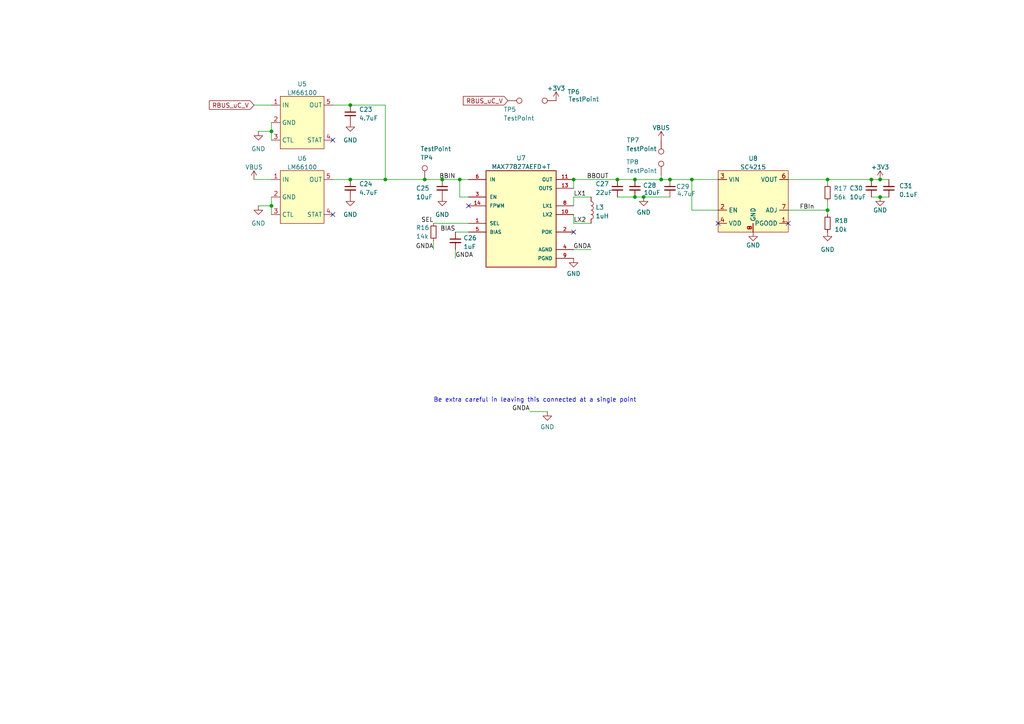
<source format=kicad_sch>
(kicad_sch (version 20211123) (generator eeschema)

  (uuid e9284afa-e324-4762-b662-a428eebcb5c2)

  (paper "A4")

  (lib_symbols
    (symbol "Connector:TestPoint" (pin_numbers hide) (pin_names (offset 0.762) hide) (in_bom yes) (on_board yes)
      (property "Reference" "TP" (id 0) (at 0 6.858 0)
        (effects (font (size 1.27 1.27)))
      )
      (property "Value" "TestPoint" (id 1) (at 0 5.08 0)
        (effects (font (size 1.27 1.27)))
      )
      (property "Footprint" "" (id 2) (at 5.08 0 0)
        (effects (font (size 1.27 1.27)) hide)
      )
      (property "Datasheet" "~" (id 3) (at 5.08 0 0)
        (effects (font (size 1.27 1.27)) hide)
      )
      (property "ki_keywords" "test point tp" (id 4) (at 0 0 0)
        (effects (font (size 1.27 1.27)) hide)
      )
      (property "ki_description" "test point" (id 5) (at 0 0 0)
        (effects (font (size 1.27 1.27)) hide)
      )
      (property "ki_fp_filters" "Pin* Test*" (id 6) (at 0 0 0)
        (effects (font (size 1.27 1.27)) hide)
      )
      (symbol "TestPoint_0_1"
        (circle (center 0 3.302) (radius 0.762)
          (stroke (width 0) (type default) (color 0 0 0 0))
          (fill (type none))
        )
      )
      (symbol "TestPoint_1_1"
        (pin passive line (at 0 0 90) (length 2.54)
          (name "1" (effects (font (size 1.27 1.27))))
          (number "1" (effects (font (size 1.27 1.27))))
        )
      )
    )
    (symbol "Device:C_Small" (pin_numbers hide) (pin_names (offset 0.254) hide) (in_bom yes) (on_board yes)
      (property "Reference" "C" (id 0) (at 0.254 1.778 0)
        (effects (font (size 1.27 1.27)) (justify left))
      )
      (property "Value" "C_Small" (id 1) (at 0.254 -2.032 0)
        (effects (font (size 1.27 1.27)) (justify left))
      )
      (property "Footprint" "" (id 2) (at 0 0 0)
        (effects (font (size 1.27 1.27)) hide)
      )
      (property "Datasheet" "~" (id 3) (at 0 0 0)
        (effects (font (size 1.27 1.27)) hide)
      )
      (property "ki_keywords" "capacitor cap" (id 4) (at 0 0 0)
        (effects (font (size 1.27 1.27)) hide)
      )
      (property "ki_description" "Unpolarized capacitor, small symbol" (id 5) (at 0 0 0)
        (effects (font (size 1.27 1.27)) hide)
      )
      (property "ki_fp_filters" "C_*" (id 6) (at 0 0 0)
        (effects (font (size 1.27 1.27)) hide)
      )
      (symbol "C_Small_0_1"
        (polyline
          (pts
            (xy -1.524 -0.508)
            (xy 1.524 -0.508)
          )
          (stroke (width 0.3302) (type default) (color 0 0 0 0))
          (fill (type none))
        )
        (polyline
          (pts
            (xy -1.524 0.508)
            (xy 1.524 0.508)
          )
          (stroke (width 0.3048) (type default) (color 0 0 0 0))
          (fill (type none))
        )
      )
      (symbol "C_Small_1_1"
        (pin passive line (at 0 2.54 270) (length 2.032)
          (name "~" (effects (font (size 1.27 1.27))))
          (number "1" (effects (font (size 1.27 1.27))))
        )
        (pin passive line (at 0 -2.54 90) (length 2.032)
          (name "~" (effects (font (size 1.27 1.27))))
          (number "2" (effects (font (size 1.27 1.27))))
        )
      )
    )
    (symbol "Device:L" (pin_numbers hide) (pin_names (offset 1.016) hide) (in_bom yes) (on_board yes)
      (property "Reference" "L" (id 0) (at -1.27 0 90)
        (effects (font (size 1.27 1.27)))
      )
      (property "Value" "L" (id 1) (at 1.905 0 90)
        (effects (font (size 1.27 1.27)))
      )
      (property "Footprint" "" (id 2) (at 0 0 0)
        (effects (font (size 1.27 1.27)) hide)
      )
      (property "Datasheet" "~" (id 3) (at 0 0 0)
        (effects (font (size 1.27 1.27)) hide)
      )
      (property "ki_keywords" "inductor choke coil reactor magnetic" (id 4) (at 0 0 0)
        (effects (font (size 1.27 1.27)) hide)
      )
      (property "ki_description" "Inductor" (id 5) (at 0 0 0)
        (effects (font (size 1.27 1.27)) hide)
      )
      (property "ki_fp_filters" "Choke_* *Coil* Inductor_* L_*" (id 6) (at 0 0 0)
        (effects (font (size 1.27 1.27)) hide)
      )
      (symbol "L_0_1"
        (arc (start 0 -2.54) (mid 0.635 -1.905) (end 0 -1.27)
          (stroke (width 0) (type default) (color 0 0 0 0))
          (fill (type none))
        )
        (arc (start 0 -1.27) (mid 0.635 -0.635) (end 0 0)
          (stroke (width 0) (type default) (color 0 0 0 0))
          (fill (type none))
        )
        (arc (start 0 0) (mid 0.635 0.635) (end 0 1.27)
          (stroke (width 0) (type default) (color 0 0 0 0))
          (fill (type none))
        )
        (arc (start 0 1.27) (mid 0.635 1.905) (end 0 2.54)
          (stroke (width 0) (type default) (color 0 0 0 0))
          (fill (type none))
        )
      )
      (symbol "L_1_1"
        (pin passive line (at 0 3.81 270) (length 1.27)
          (name "1" (effects (font (size 1.27 1.27))))
          (number "1" (effects (font (size 1.27 1.27))))
        )
        (pin passive line (at 0 -3.81 90) (length 1.27)
          (name "2" (effects (font (size 1.27 1.27))))
          (number "2" (effects (font (size 1.27 1.27))))
        )
      )
    )
    (symbol "Device:R_Small" (pin_numbers hide) (pin_names (offset 0.254) hide) (in_bom yes) (on_board yes)
      (property "Reference" "R" (id 0) (at 0.762 0.508 0)
        (effects (font (size 1.27 1.27)) (justify left))
      )
      (property "Value" "R_Small" (id 1) (at 0.762 -1.016 0)
        (effects (font (size 1.27 1.27)) (justify left))
      )
      (property "Footprint" "" (id 2) (at 0 0 0)
        (effects (font (size 1.27 1.27)) hide)
      )
      (property "Datasheet" "~" (id 3) (at 0 0 0)
        (effects (font (size 1.27 1.27)) hide)
      )
      (property "ki_keywords" "R resistor" (id 4) (at 0 0 0)
        (effects (font (size 1.27 1.27)) hide)
      )
      (property "ki_description" "Resistor, small symbol" (id 5) (at 0 0 0)
        (effects (font (size 1.27 1.27)) hide)
      )
      (property "ki_fp_filters" "R_*" (id 6) (at 0 0 0)
        (effects (font (size 1.27 1.27)) hide)
      )
      (symbol "R_Small_0_1"
        (rectangle (start -0.762 1.778) (end 0.762 -1.778)
          (stroke (width 0.2032) (type default) (color 0 0 0 0))
          (fill (type none))
        )
      )
      (symbol "R_Small_1_1"
        (pin passive line (at 0 2.54 270) (length 0.762)
          (name "~" (effects (font (size 1.27 1.27))))
          (number "1" (effects (font (size 1.27 1.27))))
        )
        (pin passive line (at 0 -2.54 90) (length 0.762)
          (name "~" (effects (font (size 1.27 1.27))))
          (number "2" (effects (font (size 1.27 1.27))))
        )
      )
    )
    (symbol "iclr:LTC4411" (in_bom yes) (on_board yes)
      (property "Reference" "U" (id 0) (at 0 1.27 0)
        (effects (font (size 1.27 1.27)))
      )
      (property "Value" "LTC4411" (id 1) (at 0 -1.27 0)
        (effects (font (size 1.27 1.27)))
      )
      (property "Footprint" "" (id 2) (at 0 0 0)
        (effects (font (size 1.27 1.27)) hide)
      )
      (property "Datasheet" "" (id 3) (at 0 0 0)
        (effects (font (size 1.27 1.27)) hide)
      )
      (symbol "LTC4411_0_1"
        (rectangle (start -6.35 -2.54) (end 6.35 -17.78)
          (stroke (width 0) (type default) (color 0 0 0 0))
          (fill (type background))
        )
      )
      (symbol "LTC4411_1_1"
        (pin power_in line (at -8.89 -5.08 0) (length 2.54)
          (name "IN" (effects (font (size 1.27 1.27))))
          (number "1" (effects (font (size 1.27 1.27))))
        )
        (pin output line (at -8.89 -10.16 0) (length 2.54)
          (name "GND" (effects (font (size 1.27 1.27))))
          (number "2" (effects (font (size 1.27 1.27))))
        )
        (pin input line (at -8.89 -15.24 0) (length 2.54)
          (name "CTL" (effects (font (size 1.27 1.27))))
          (number "3" (effects (font (size 1.27 1.27))))
        )
        (pin input line (at 8.89 -15.24 180) (length 2.54)
          (name "STAT" (effects (font (size 1.27 1.27))))
          (number "4" (effects (font (size 1.27 1.27))))
        )
        (pin power_out line (at 8.89 -5.08 180) (length 2.54)
          (name "OUT" (effects (font (size 1.27 1.27))))
          (number "5" (effects (font (size 1.27 1.27))))
        )
      )
    )
    (symbol "iclr:MAX77827AEFD+T" (pin_names (offset 1.016)) (in_bom yes) (on_board yes)
      (property "Reference" "U?" (id 0) (at -10.16 13.208 0)
        (effects (font (size 1.27 1.27)) (justify left bottom))
      )
      (property "Value" "MAX77827AEFD+T" (id 1) (at -10.16 -17.78 0)
        (effects (font (size 1.27 1.27)) (justify left bottom))
      )
      (property "Footprint" "CONV_MAX77827AEFD+T" (id 2) (at -6.35 19.05 0)
        (effects (font (size 1.27 1.27)) (justify left bottom) hide)
      )
      (property "Datasheet" "" (id 3) (at 0 0 0)
        (effects (font (size 1.27 1.27)) (justify left bottom) hide)
      )
      (property "MANUFACTURER" "Maxim Integrated" (id 4) (at -2.54 16.51 0)
        (effects (font (size 1.27 1.27)) (justify left bottom) hide)
      )
      (property "MAXIMUM_PACKAGE_HEIGHT" "0.6mm" (id 5) (at 1.27 13.97 0)
        (effects (font (size 1.27 1.27)) (justify left bottom) hide)
      )
      (property "PARTREV" "B" (id 6) (at 0 15.24 0)
        (effects (font (size 1.27 1.27)) (justify left bottom) hide)
      )
      (property "STANDARD" "Manufacturer Recommended" (id 7) (at -6.35 19.05 0)
        (effects (font (size 1.27 1.27)) (justify left bottom) hide)
      )
      (property "ki_locked" "" (id 8) (at 0 0 0)
        (effects (font (size 1.27 1.27)))
      )
      (symbol "MAX77827AEFD+T_0_0"
        (rectangle (start -10.16 -15.24) (end 10.16 12.7)
          (stroke (width 0.254) (type default) (color 0 0 0 0))
          (fill (type background))
        )
        (pin passive line (at -15.24 -2.54 0) (length 5.08)
          (name "SEL" (effects (font (size 1.016 1.016))))
          (number "1" (effects (font (size 1.016 1.016))))
        )
        (pin passive line (at 15.24 0 180) (length 5.08)
          (name "LX2" (effects (font (size 1.016 1.016))))
          (number "10" (effects (font (size 1.016 1.016))))
        )
        (pin output line (at 15.24 10.16 180) (length 5.08)
          (name "OUT" (effects (font (size 1.016 1.016))))
          (number "11" (effects (font (size 1.016 1.016))))
        )
        (pin input line (at 15.24 7.62 180) (length 5.08)
          (name "OUTS" (effects (font (size 1.016 1.016))))
          (number "13" (effects (font (size 1.016 1.016))))
        )
        (pin input line (at -15.24 2.54 0) (length 5.08)
          (name "FPWM" (effects (font (size 1.016 1.016))))
          (number "14" (effects (font (size 1.016 1.016))))
        )
        (pin output line (at 15.24 -5.08 180) (length 5.08)
          (name "POK" (effects (font (size 1.016 1.016))))
          (number "2" (effects (font (size 1.016 1.016))))
        )
        (pin input line (at -15.24 5.08 0) (length 5.08)
          (name "EN" (effects (font (size 1.016 1.016))))
          (number "3" (effects (font (size 1.016 1.016))))
        )
        (pin power_in line (at 15.24 -10.16 180) (length 5.08)
          (name "AGND" (effects (font (size 1.016 1.016))))
          (number "4" (effects (font (size 1.016 1.016))))
        )
        (pin passive line (at -15.24 -5.08 0) (length 5.08)
          (name "BIAS" (effects (font (size 1.016 1.016))))
          (number "5" (effects (font (size 1.016 1.016))))
        )
        (pin input line (at -15.24 10.16 0) (length 5.08)
          (name "IN" (effects (font (size 1.016 1.016))))
          (number "6" (effects (font (size 1.016 1.016))))
        )
        (pin passive line (at 15.24 2.54 180) (length 5.08)
          (name "LX1" (effects (font (size 1.016 1.016))))
          (number "8" (effects (font (size 1.016 1.016))))
        )
        (pin power_in line (at 15.24 -12.7 180) (length 5.08)
          (name "PGND" (effects (font (size 1.016 1.016))))
          (number "9" (effects (font (size 1.016 1.016))))
        )
      )
    )
    (symbol "iclr:RT9025-25GSP" (in_bom yes) (on_board yes)
      (property "Reference" "U6" (id 0) (at 0 4.8428 0)
        (effects (font (size 1.27 1.27)))
      )
      (property "Value" "RT9025-25GSP" (id 1) (at 0 2.3059 0)
        (effects (font (size 1.27 1.27)))
      )
      (property "Footprint" "iclr:SOIC127P599X175-9N" (id 2) (at 0 5.08 0)
        (effects (font (size 1.27 1.27)) hide)
      )
      (property "Datasheet" "" (id 3) (at 0 5.08 0)
        (effects (font (size 1.27 1.27)) hide)
      )
      (symbol "RT9025-25GSP_1_1"
        (rectangle (start -10.16 1.27) (end 10.16 -16.51)
          (stroke (width 0) (type default) (color 0 0 0 0))
          (fill (type background))
        )
        (pin output line (at 10.16 -13.97 180) (length 2.54)
          (name "PGOOD" (effects (font (size 1.27 1.27))))
          (number "1" (effects (font (size 1.27 1.27))))
        )
        (pin input line (at -10.16 -10.16 0) (length 2.54)
          (name "EN" (effects (font (size 1.27 1.27))))
          (number "2" (effects (font (size 1.27 1.27))))
        )
        (pin input line (at -10.16 -1.27 0) (length 2.54)
          (name "VIN" (effects (font (size 1.27 1.27))))
          (number "3" (effects (font (size 1.27 1.27))))
        )
        (pin input line (at -10.16 -13.97 0) (length 2.54)
          (name "VDD" (effects (font (size 1.27 1.27))))
          (number "4" (effects (font (size 1.27 1.27))))
        )
        (pin output line (at 10.16 -1.27 180) (length 2.54)
          (name "VOUT" (effects (font (size 1.27 1.27))))
          (number "6" (effects (font (size 1.27 1.27))))
        )
        (pin input line (at 10.16 -10.16 180) (length 2.54)
          (name "ADJ" (effects (font (size 1.27 1.27))))
          (number "7" (effects (font (size 1.27 1.27))))
        )
        (pin input line (at 0 -16.51 90) (length 2.54)
          (name "GND" (effects (font (size 1.27 1.27))))
          (number "8" (effects (font (size 1.27 1.27))))
        )
        (pin input line (at 0 -16.51 90) (length 2.54)
          (name "GND" (effects (font (size 1.27 1.27))))
          (number "9" (effects (font (size 1.27 1.27))))
        )
      )
    )
    (symbol "power:+3.3V" (power) (pin_names (offset 0)) (in_bom yes) (on_board yes)
      (property "Reference" "#PWR" (id 0) (at 0 -3.81 0)
        (effects (font (size 1.27 1.27)) hide)
      )
      (property "Value" "+3.3V" (id 1) (at 0 3.556 0)
        (effects (font (size 1.27 1.27)))
      )
      (property "Footprint" "" (id 2) (at 0 0 0)
        (effects (font (size 1.27 1.27)) hide)
      )
      (property "Datasheet" "" (id 3) (at 0 0 0)
        (effects (font (size 1.27 1.27)) hide)
      )
      (property "ki_keywords" "power-flag" (id 4) (at 0 0 0)
        (effects (font (size 1.27 1.27)) hide)
      )
      (property "ki_description" "Power symbol creates a global label with name \"+3.3V\"" (id 5) (at 0 0 0)
        (effects (font (size 1.27 1.27)) hide)
      )
      (symbol "+3.3V_0_1"
        (polyline
          (pts
            (xy -0.762 1.27)
            (xy 0 2.54)
          )
          (stroke (width 0) (type default) (color 0 0 0 0))
          (fill (type none))
        )
        (polyline
          (pts
            (xy 0 0)
            (xy 0 2.54)
          )
          (stroke (width 0) (type default) (color 0 0 0 0))
          (fill (type none))
        )
        (polyline
          (pts
            (xy 0 2.54)
            (xy 0.762 1.27)
          )
          (stroke (width 0) (type default) (color 0 0 0 0))
          (fill (type none))
        )
      )
      (symbol "+3.3V_1_1"
        (pin power_in line (at 0 0 90) (length 0) hide
          (name "+3V3" (effects (font (size 1.27 1.27))))
          (number "1" (effects (font (size 1.27 1.27))))
        )
      )
    )
    (symbol "power:GND" (power) (pin_names (offset 0)) (in_bom yes) (on_board yes)
      (property "Reference" "#PWR" (id 0) (at 0 -6.35 0)
        (effects (font (size 1.27 1.27)) hide)
      )
      (property "Value" "GND" (id 1) (at 0 -3.81 0)
        (effects (font (size 1.27 1.27)))
      )
      (property "Footprint" "" (id 2) (at 0 0 0)
        (effects (font (size 1.27 1.27)) hide)
      )
      (property "Datasheet" "" (id 3) (at 0 0 0)
        (effects (font (size 1.27 1.27)) hide)
      )
      (property "ki_keywords" "power-flag" (id 4) (at 0 0 0)
        (effects (font (size 1.27 1.27)) hide)
      )
      (property "ki_description" "Power symbol creates a global label with name \"GND\" , ground" (id 5) (at 0 0 0)
        (effects (font (size 1.27 1.27)) hide)
      )
      (symbol "GND_0_1"
        (polyline
          (pts
            (xy 0 0)
            (xy 0 -1.27)
            (xy 1.27 -1.27)
            (xy 0 -2.54)
            (xy -1.27 -1.27)
            (xy 0 -1.27)
          )
          (stroke (width 0) (type default) (color 0 0 0 0))
          (fill (type none))
        )
      )
      (symbol "GND_1_1"
        (pin power_in line (at 0 0 270) (length 0) hide
          (name "GND" (effects (font (size 1.27 1.27))))
          (number "1" (effects (font (size 1.27 1.27))))
        )
      )
    )
    (symbol "power:VBUS" (power) (pin_names (offset 0)) (in_bom yes) (on_board yes)
      (property "Reference" "#PWR" (id 0) (at 0 -3.81 0)
        (effects (font (size 1.27 1.27)) hide)
      )
      (property "Value" "VBUS" (id 1) (at 0 3.81 0)
        (effects (font (size 1.27 1.27)))
      )
      (property "Footprint" "" (id 2) (at 0 0 0)
        (effects (font (size 1.27 1.27)) hide)
      )
      (property "Datasheet" "" (id 3) (at 0 0 0)
        (effects (font (size 1.27 1.27)) hide)
      )
      (property "ki_keywords" "power-flag" (id 4) (at 0 0 0)
        (effects (font (size 1.27 1.27)) hide)
      )
      (property "ki_description" "Power symbol creates a global label with name \"VBUS\"" (id 5) (at 0 0 0)
        (effects (font (size 1.27 1.27)) hide)
      )
      (symbol "VBUS_0_1"
        (polyline
          (pts
            (xy -0.762 1.27)
            (xy 0 2.54)
          )
          (stroke (width 0) (type default) (color 0 0 0 0))
          (fill (type none))
        )
        (polyline
          (pts
            (xy 0 0)
            (xy 0 2.54)
          )
          (stroke (width 0) (type default) (color 0 0 0 0))
          (fill (type none))
        )
        (polyline
          (pts
            (xy 0 2.54)
            (xy 0.762 1.27)
          )
          (stroke (width 0) (type default) (color 0 0 0 0))
          (fill (type none))
        )
      )
      (symbol "VBUS_1_1"
        (pin power_in line (at 0 0 90) (length 0) hide
          (name "VBUS" (effects (font (size 1.27 1.27))))
          (number "1" (effects (font (size 1.27 1.27))))
        )
      )
    )
  )


  (junction (at 184.15 52.07) (diameter 0) (color 0 0 0 0)
    (uuid 025e695d-8e2d-4de8-acab-7a162cc26168)
  )
  (junction (at 240.03 52.07) (diameter 0) (color 0 0 0 0)
    (uuid 059bcba6-280b-40eb-ab89-3dc5aee13437)
  )
  (junction (at 255.27 52.07) (diameter 0) (color 0 0 0 0)
    (uuid 06d56029-c268-415d-bc15-322ae67002fd)
  )
  (junction (at 191.77 52.07) (diameter 0) (color 0 0 0 0)
    (uuid 14e6f865-9c0a-49ea-b81b-07711ade0119)
  )
  (junction (at 186.69 57.15) (diameter 0) (color 0 0 0 0)
    (uuid 19e29c7d-2497-4378-be9c-d7dd5740c97b)
  )
  (junction (at 128.27 52.07) (diameter 0) (color 0 0 0 0)
    (uuid 43fb0a3d-a75c-4a89-929f-3bfabd56e48f)
  )
  (junction (at 111.76 52.07) (diameter 0) (color 0 0 0 0)
    (uuid 49ebe700-00d5-4f9d-80e4-3dc76af35c1f)
  )
  (junction (at 101.6 52.07) (diameter 0) (color 0 0 0 0)
    (uuid 68980681-48b2-4c68-81ea-e9eb424b27ec)
  )
  (junction (at 252.73 52.07) (diameter 0) (color 0 0 0 0)
    (uuid 8179b66d-1f6d-4cd3-85ac-0088c17d8ab7)
  )
  (junction (at 78.74 59.69) (diameter 0) (color 0 0 0 0)
    (uuid 870adb12-96c2-4035-bacf-8629470d5600)
  )
  (junction (at 194.31 52.07) (diameter 0) (color 0 0 0 0)
    (uuid 8ec9933a-dea5-4a2f-9b22-74f5bbc005c9)
  )
  (junction (at 255.27 57.15) (diameter 0) (color 0 0 0 0)
    (uuid 91d76694-39de-439c-9769-c81f38ae49dc)
  )
  (junction (at 166.37 52.07) (diameter 0) (color 0 0 0 0)
    (uuid 9e9dab12-0d16-47c5-9925-9d9e8d96d07f)
  )
  (junction (at 123.19 52.07) (diameter 0) (color 0 0 0 0)
    (uuid a3b44a8c-bdb8-452c-89dd-c0f91112399f)
  )
  (junction (at 101.6 30.48) (diameter 0) (color 0 0 0 0)
    (uuid a4d8c07e-4e6c-4b72-875c-23da0d7bba0d)
  )
  (junction (at 240.03 60.96) (diameter 0) (color 0 0 0 0)
    (uuid b05e221d-8c57-4ef8-8975-519b7161da98)
  )
  (junction (at 133.35 52.07) (diameter 0) (color 0 0 0 0)
    (uuid c11ca3bc-a8bb-430a-9e10-289b52cce878)
  )
  (junction (at 78.74 38.1) (diameter 0) (color 0 0 0 0)
    (uuid cf7e1366-79cb-452c-81c7-19958971743c)
  )
  (junction (at 179.07 52.07) (diameter 0) (color 0 0 0 0)
    (uuid e7ba0df4-f5bc-485a-89ed-b04588169d85)
  )
  (junction (at 184.15 57.15) (diameter 0) (color 0 0 0 0)
    (uuid f79e57c7-0e3c-4c62-8d9c-1df18cf27b2b)
  )
  (junction (at 200.66 52.07) (diameter 0) (color 0 0 0 0)
    (uuid fe4fbfec-e039-4d68-bf53-26cc9c4c45e6)
  )

  (no_connect (at 166.37 67.31) (uuid 53807c26-4c3b-4a33-9e89-8f68b4e2bcb2))
  (no_connect (at 96.52 40.64) (uuid 73247645-0141-46d4-a76c-c310dd91b7db))
  (no_connect (at 135.89 59.69) (uuid 7d5ef869-90ac-4f40-91fc-2deb9689e3d1))
  (no_connect (at 96.52 62.23) (uuid 7fb83a02-49c9-42ea-b824-fb479481a541))
  (no_connect (at 228.6 64.77) (uuid c2d351a7-a4dd-4b9d-a118-bc2023d132d4))
  (no_connect (at 208.28 64.77) (uuid cf7be989-8e30-4bee-93dd-10ce2dbd1e55))

  (wire (pts (xy 133.35 57.15) (xy 135.89 57.15))
    (stroke (width 0) (type default) (color 0 0 0 0))
    (uuid 0ce0f0b7-ef43-4a90-95fe-6b7b2b7912e3)
  )
  (wire (pts (xy 166.37 52.07) (xy 179.07 52.07))
    (stroke (width 0) (type default) (color 0 0 0 0))
    (uuid 122b2869-b8ec-4c49-ab98-3e0d5323bb2d)
  )
  (wire (pts (xy 96.52 52.07) (xy 101.6 52.07))
    (stroke (width 0) (type default) (color 0 0 0 0))
    (uuid 162ddaaa-c818-4d5c-a20e-dd95f7c1cc40)
  )
  (wire (pts (xy 179.07 52.07) (xy 184.15 52.07))
    (stroke (width 0) (type default) (color 0 0 0 0))
    (uuid 18562939-7ae5-4144-9840-599fb6adc5e9)
  )
  (wire (pts (xy 240.03 52.07) (xy 240.03 53.34))
    (stroke (width 0) (type default) (color 0 0 0 0))
    (uuid 1d4ca962-27f2-481a-84d5-0628d75d2352)
  )
  (wire (pts (xy 166.37 57.15) (xy 171.45 57.15))
    (stroke (width 0) (type default) (color 0 0 0 0))
    (uuid 20fd74e8-e3dc-492f-8d46-fab70914d5e5)
  )
  (wire (pts (xy 111.76 30.48) (xy 111.76 52.07))
    (stroke (width 0) (type default) (color 0 0 0 0))
    (uuid 22edd503-c5b8-4d1b-b0d1-423f13ada9a3)
  )
  (wire (pts (xy 200.66 52.07) (xy 200.66 60.96))
    (stroke (width 0) (type default) (color 0 0 0 0))
    (uuid 29f89d5f-90d4-44ab-aeec-d14f8866e07f)
  )
  (wire (pts (xy 179.07 57.15) (xy 184.15 57.15))
    (stroke (width 0) (type default) (color 0 0 0 0))
    (uuid 2c600a77-60ab-41dd-b34a-e4df0c47849e)
  )
  (wire (pts (xy 228.6 52.07) (xy 240.03 52.07))
    (stroke (width 0) (type default) (color 0 0 0 0))
    (uuid 317d8efb-eacf-4dbb-965e-f732dc345d8c)
  )
  (wire (pts (xy 166.37 64.77) (xy 166.37 62.23))
    (stroke (width 0) (type default) (color 0 0 0 0))
    (uuid 328aa6d3-da7a-4325-a9a1-e925b01efab3)
  )
  (wire (pts (xy 200.66 52.07) (xy 208.28 52.07))
    (stroke (width 0) (type default) (color 0 0 0 0))
    (uuid 387e88d5-12f7-4406-9187-6916bec744b1)
  )
  (wire (pts (xy 125.73 64.77) (xy 135.89 64.77))
    (stroke (width 0) (type default) (color 0 0 0 0))
    (uuid 48ea0a96-489c-4f5f-9567-57b93d7a7c28)
  )
  (wire (pts (xy 166.37 72.39) (xy 171.45 72.39))
    (stroke (width 0) (type default) (color 0 0 0 0))
    (uuid 499a9f82-3aab-4f4d-b35f-ff7f0e691b21)
  )
  (wire (pts (xy 191.77 52.07) (xy 194.31 52.07))
    (stroke (width 0) (type default) (color 0 0 0 0))
    (uuid 4eb4ab8d-2bf2-482e-a421-0cdbdb6244e4)
  )
  (wire (pts (xy 240.03 58.42) (xy 240.03 60.96))
    (stroke (width 0) (type default) (color 0 0 0 0))
    (uuid 520088cf-b918-4091-83c9-40102fcba2d8)
  )
  (wire (pts (xy 96.52 30.48) (xy 101.6 30.48))
    (stroke (width 0) (type default) (color 0 0 0 0))
    (uuid 54337702-2627-488b-838a-506b74cfa630)
  )
  (wire (pts (xy 166.37 59.69) (xy 166.37 57.15))
    (stroke (width 0) (type default) (color 0 0 0 0))
    (uuid 54d0b93a-ed98-4e03-bfbf-76e3073701f9)
  )
  (wire (pts (xy 74.93 38.1) (xy 78.74 38.1))
    (stroke (width 0) (type default) (color 0 0 0 0))
    (uuid 5ed94e14-a02a-4fc5-9bb4-abf168627729)
  )
  (wire (pts (xy 191.77 50.8) (xy 191.77 52.07))
    (stroke (width 0) (type default) (color 0 0 0 0))
    (uuid 6249e04b-f43c-4872-973a-ad0605d93f47)
  )
  (wire (pts (xy 184.15 52.07) (xy 191.77 52.07))
    (stroke (width 0) (type default) (color 0 0 0 0))
    (uuid 63eaf0a3-6d99-4d02-9521-aa50c3a316f2)
  )
  (wire (pts (xy 252.73 57.15) (xy 255.27 57.15))
    (stroke (width 0) (type default) (color 0 0 0 0))
    (uuid 6e853dfc-ebac-4a7e-8d41-4767e570c51e)
  )
  (wire (pts (xy 133.35 52.07) (xy 133.35 57.15))
    (stroke (width 0) (type default) (color 0 0 0 0))
    (uuid 71914f4a-ed80-4341-be43-e93b9bf12d2a)
  )
  (wire (pts (xy 200.66 60.96) (xy 208.28 60.96))
    (stroke (width 0) (type default) (color 0 0 0 0))
    (uuid 773cb3ea-27be-4c5c-8fd1-215821eb9abe)
  )
  (wire (pts (xy 123.19 52.07) (xy 128.27 52.07))
    (stroke (width 0) (type default) (color 0 0 0 0))
    (uuid 7842b8a8-fd2e-411a-bf1b-26c94d337b44)
  )
  (wire (pts (xy 186.69 57.15) (xy 194.31 57.15))
    (stroke (width 0) (type default) (color 0 0 0 0))
    (uuid 78687c83-9941-45a6-9218-eaf262d35659)
  )
  (wire (pts (xy 194.31 52.07) (xy 200.66 52.07))
    (stroke (width 0) (type default) (color 0 0 0 0))
    (uuid 7a7b01aa-2aad-4a77-b6c7-cac925513d0b)
  )
  (wire (pts (xy 78.74 38.1) (xy 78.74 40.64))
    (stroke (width 0) (type default) (color 0 0 0 0))
    (uuid 7d20210e-5b46-4f05-8c3b-3d2cf4c945d6)
  )
  (wire (pts (xy 125.73 72.39) (xy 125.73 69.85))
    (stroke (width 0) (type default) (color 0 0 0 0))
    (uuid 7d3200f3-1d13-4f29-9238-5767988c515f)
  )
  (wire (pts (xy 228.6 60.96) (xy 240.03 60.96))
    (stroke (width 0) (type default) (color 0 0 0 0))
    (uuid 8079d4db-5c65-4476-9e79-3fd6aa692d53)
  )
  (wire (pts (xy 171.45 64.77) (xy 166.37 64.77))
    (stroke (width 0) (type default) (color 0 0 0 0))
    (uuid 86748bba-867f-45cb-9f85-1a5c751a7da5)
  )
  (wire (pts (xy 255.27 57.15) (xy 257.81 57.15))
    (stroke (width 0) (type default) (color 0 0 0 0))
    (uuid 86bc36d8-21b7-4562-997f-bc02acac9692)
  )
  (wire (pts (xy 73.66 52.07) (xy 78.74 52.07))
    (stroke (width 0) (type default) (color 0 0 0 0))
    (uuid 964d1527-78d9-4cd8-8981-b6177799faa6)
  )
  (wire (pts (xy 111.76 52.07) (xy 123.19 52.07))
    (stroke (width 0) (type default) (color 0 0 0 0))
    (uuid 9829648d-2745-423f-9717-bb2c77f4bc12)
  )
  (wire (pts (xy 186.69 57.15) (xy 184.15 57.15))
    (stroke (width 0) (type default) (color 0 0 0 0))
    (uuid 9bb1b466-6f6b-404a-ae7b-8a8177578908)
  )
  (wire (pts (xy 153.67 119.38) (xy 158.75 119.38))
    (stroke (width 0) (type default) (color 0 0 0 0))
    (uuid a88f867b-5b76-4679-864a-ca83d6af997b)
  )
  (wire (pts (xy 78.74 57.15) (xy 78.74 59.69))
    (stroke (width 0) (type default) (color 0 0 0 0))
    (uuid abbec974-1581-4499-9a07-e5ed7ae32799)
  )
  (wire (pts (xy 128.27 52.07) (xy 133.35 52.07))
    (stroke (width 0) (type default) (color 0 0 0 0))
    (uuid acdfba8e-0438-4355-babd-7f18f0a9d336)
  )
  (wire (pts (xy 78.74 35.56) (xy 78.74 38.1))
    (stroke (width 0) (type default) (color 0 0 0 0))
    (uuid b705b7a3-3157-43d9-962a-a8526e647d73)
  )
  (wire (pts (xy 166.37 54.61) (xy 166.37 52.07))
    (stroke (width 0) (type default) (color 0 0 0 0))
    (uuid bba4a38e-2acc-4416-9232-092f7d6a876e)
  )
  (wire (pts (xy 132.08 67.31) (xy 135.89 67.31))
    (stroke (width 0) (type default) (color 0 0 0 0))
    (uuid c03c2ae5-721b-4064-80c3-93d26df1d30a)
  )
  (wire (pts (xy 74.93 59.69) (xy 78.74 59.69))
    (stroke (width 0) (type default) (color 0 0 0 0))
    (uuid c1547cc1-7ad7-49a9-b820-ce078ea1a01b)
  )
  (wire (pts (xy 78.74 59.69) (xy 78.74 62.23))
    (stroke (width 0) (type default) (color 0 0 0 0))
    (uuid c404a95d-662b-4f9a-84de-3bb81128150e)
  )
  (wire (pts (xy 255.27 52.07) (xy 252.73 52.07))
    (stroke (width 0) (type default) (color 0 0 0 0))
    (uuid c8299a21-d52e-46a3-bf35-a90f56707cfe)
  )
  (wire (pts (xy 133.35 52.07) (xy 135.89 52.07))
    (stroke (width 0) (type default) (color 0 0 0 0))
    (uuid c9a3154e-f650-4dd4-8f78-0540978414f7)
  )
  (wire (pts (xy 255.27 52.07) (xy 257.81 52.07))
    (stroke (width 0) (type default) (color 0 0 0 0))
    (uuid d01434dc-72a8-4594-a021-8cf426d84af8)
  )
  (wire (pts (xy 101.6 30.48) (xy 111.76 30.48))
    (stroke (width 0) (type default) (color 0 0 0 0))
    (uuid d20dd684-615e-468e-bdac-1ab32e47e674)
  )
  (wire (pts (xy 73.66 30.48) (xy 78.74 30.48))
    (stroke (width 0) (type default) (color 0 0 0 0))
    (uuid d21bb4f3-d8fa-457f-87e5-0c9117c8c3c6)
  )
  (wire (pts (xy 240.03 60.96) (xy 240.03 62.23))
    (stroke (width 0) (type default) (color 0 0 0 0))
    (uuid d4298c3c-c451-45e7-b752-30c5ba6276b3)
  )
  (wire (pts (xy 240.03 52.07) (xy 252.73 52.07))
    (stroke (width 0) (type default) (color 0 0 0 0))
    (uuid e9cf90f2-f40a-4e43-9dad-8eb07c30d184)
  )
  (wire (pts (xy 132.08 74.93) (xy 132.08 72.39))
    (stroke (width 0) (type default) (color 0 0 0 0))
    (uuid f5a83c90-a4ca-4c24-befa-5d98f0f52797)
  )
  (wire (pts (xy 101.6 52.07) (xy 111.76 52.07))
    (stroke (width 0) (type default) (color 0 0 0 0))
    (uuid f75fecd3-51be-4b50-b8b8-a506f52f8381)
  )

  (text "Be extra careful in leaving this connected at a single point\n"
    (at 125.73 116.84 0)
    (effects (font (size 1.27 1.27)) (justify left bottom))
    (uuid ddceb510-327a-43ec-a3b4-861d6a13866d)
  )

  (label "GNDA" (at 132.08 74.93 0)
    (effects (font (size 1.27 1.27)) (justify left bottom))
    (uuid 33e483e1-28ce-477f-8e1a-90f7633c989b)
  )
  (label "FBIn" (at 236.22 60.96 180)
    (effects (font (size 1.27 1.27)) (justify right bottom))
    (uuid 5fbcac91-7bf8-4d32-af8a-02e5f7688a48)
  )
  (label "BIAS" (at 132.08 67.31 180)
    (effects (font (size 1.27 1.27)) (justify right bottom))
    (uuid 60e37982-1fa9-47a9-b417-587a3fe7ceb9)
  )
  (label "LX2" (at 166.37 64.77 0)
    (effects (font (size 1.27 1.27)) (justify left bottom))
    (uuid 7b61fba6-6c58-4e67-b708-44bfeafe212e)
  )
  (label "GNDA" (at 153.67 119.38 180)
    (effects (font (size 1.27 1.27)) (justify right bottom))
    (uuid 7da82053-ba3b-46bf-b2cc-08b410b5dbbd)
  )
  (label "GNDA" (at 125.73 72.39 180)
    (effects (font (size 1.27 1.27)) (justify right bottom))
    (uuid 7e783541-0e95-4709-9e7d-1ab38887bfc3)
  )
  (label "SEL" (at 125.73 64.77 180)
    (effects (font (size 1.27 1.27)) (justify right bottom))
    (uuid 8a02467e-d38c-4404-a183-5535d785675e)
  )
  (label "GNDA" (at 171.45 72.39 180)
    (effects (font (size 1.27 1.27)) (justify right bottom))
    (uuid a787de0b-7ccc-4147-b23c-b19cab72577e)
  )
  (label "BBOUT" (at 170.18 52.07 0)
    (effects (font (size 1.27 1.27)) (justify left bottom))
    (uuid b4020e3b-82a8-4f84-b714-bf5860c1d263)
  )
  (label "LX1" (at 166.37 57.15 0)
    (effects (font (size 1.27 1.27)) (justify left bottom))
    (uuid e1fd3ae5-96a2-49d4-8023-84843f0218d9)
  )
  (label "BBIN" (at 132.08 52.07 180)
    (effects (font (size 1.27 1.27)) (justify right bottom))
    (uuid f6552616-3e16-4f1d-8d96-a50fa9e83030)
  )

  (global_label "RBUS_uC_V" (shape input) (at 147.32 29.21 180) (fields_autoplaced)
    (effects (font (size 1.27 1.27)) (justify right))
    (uuid 8d8323d3-7cbe-4936-9929-96c8416b91d5)
    (property "Intersheet References" "${INTERSHEET_REFS}" (id 0) (at 134.4729 29.1306 0)
      (effects (font (size 1.27 1.27)) (justify right) hide)
    )
  )
  (global_label "RBUS_uC_V" (shape input) (at 73.66 30.48 180) (fields_autoplaced)
    (effects (font (size 1.27 1.27)) (justify right))
    (uuid fa70bd12-03a5-4c86-a4a3-bff8b0094b6c)
    (property "Intersheet References" "${INTERSHEET_REFS}" (id 0) (at 60.8129 30.4006 0)
      (effects (font (size 1.27 1.27)) (justify right) hide)
    )
  )

  (symbol (lib_id "power:+3.3V") (at 161.29 29.21 0) (unit 1)
    (in_bom yes) (on_board yes) (fields_autoplaced)
    (uuid 01fcc328-e73e-43dc-b2ab-acd21c5b0bd6)
    (property "Reference" "#PWR052" (id 0) (at 161.29 33.02 0)
      (effects (font (size 1.27 1.27)) hide)
    )
    (property "Value" "+3.3V" (id 1) (at 161.29 25.6342 0))
    (property "Footprint" "" (id 2) (at 161.29 29.21 0)
      (effects (font (size 1.27 1.27)) hide)
    )
    (property "Datasheet" "" (id 3) (at 161.29 29.21 0)
      (effects (font (size 1.27 1.27)) hide)
    )
    (pin "1" (uuid 7cdf4ed6-00ba-46ce-a304-48e5fb33a313))
  )

  (symbol (lib_id "power:GND") (at 74.93 38.1 0) (unit 1)
    (in_bom yes) (on_board yes) (fields_autoplaced)
    (uuid 03a09cf1-7d57-4196-9c02-dff2303bf34f)
    (property "Reference" "#PWR043" (id 0) (at 74.93 44.45 0)
      (effects (font (size 1.27 1.27)) hide)
    )
    (property "Value" "GND" (id 1) (at 74.93 43.18 0))
    (property "Footprint" "" (id 2) (at 74.93 38.1 0)
      (effects (font (size 1.27 1.27)) hide)
    )
    (property "Datasheet" "" (id 3) (at 74.93 38.1 0)
      (effects (font (size 1.27 1.27)) hide)
    )
    (pin "1" (uuid e9de2be6-f93f-4f60-8594-4ad9f53236a3))
  )

  (symbol (lib_id "Connector:TestPoint") (at 191.77 50.8 0) (unit 1)
    (in_bom yes) (on_board yes)
    (uuid 0870865b-0b96-41ff-bd58-be45e025f47e)
    (property "Reference" "TP8" (id 0) (at 181.61 46.99 0)
      (effects (font (size 1.27 1.27)) (justify left))
    )
    (property "Value" "TestPoint" (id 1) (at 181.61 49.5269 0)
      (effects (font (size 1.27 1.27)) (justify left))
    )
    (property "Footprint" "TestPoint:TestPoint_Pad_D1.5mm" (id 2) (at 196.85 50.8 0)
      (effects (font (size 1.27 1.27)) hide)
    )
    (property "Datasheet" "~" (id 3) (at 196.85 50.8 0)
      (effects (font (size 1.27 1.27)) hide)
    )
    (pin "1" (uuid 24e58f77-95c6-40c0-9248-343ffdaa6bdc))
  )

  (symbol (lib_id "Device:R_Small") (at 125.73 67.31 0) (unit 1)
    (in_bom yes) (on_board yes)
    (uuid 0a4b1e49-b2d0-4006-98bb-6b145ad5a71e)
    (property "Reference" "R16" (id 0) (at 120.65 66.04 0)
      (effects (font (size 1.27 1.27)) (justify left))
    )
    (property "Value" "14k" (id 1) (at 120.65 68.5769 0)
      (effects (font (size 1.27 1.27)) (justify left))
    )
    (property "Footprint" "Resistor_SMD:R_0402_1005Metric" (id 2) (at 125.73 67.31 0)
      (effects (font (size 1.27 1.27)) hide)
    )
    (property "Datasheet" "~" (id 3) (at 125.73 67.31 0)
      (effects (font (size 1.27 1.27)) hide)
    )
    (pin "1" (uuid 90a13044-e550-43a5-a130-a0233e0304d3))
    (pin "2" (uuid c26a6974-7142-4fc6-b347-8dd9733c47dd))
  )

  (symbol (lib_id "Device:C_Small") (at 257.81 54.61 180) (unit 1)
    (in_bom yes) (on_board yes)
    (uuid 1056b828-2aea-4271-b8c6-627303237fb2)
    (property "Reference" "C31" (id 0) (at 260.7683 53.9154 0)
      (effects (font (size 1.27 1.27)) (justify right))
    )
    (property "Value" "0.1uF" (id 1) (at 260.7683 56.4554 0)
      (effects (font (size 1.27 1.27)) (justify right))
    )
    (property "Footprint" "Capacitor_SMD:C_0402_1005Metric" (id 2) (at 257.81 54.61 0)
      (effects (font (size 1.27 1.27)) hide)
    )
    (property "Datasheet" "~" (id 3) (at 257.81 54.61 0)
      (effects (font (size 1.27 1.27)) hide)
    )
    (pin "1" (uuid 811d120f-b1b3-407d-8f9c-95cc52f092e1))
    (pin "2" (uuid 10a5749b-ea11-4c40-b878-5e16f219e60a))
  )

  (symbol (lib_id "power:GND") (at 74.93 59.69 0) (unit 1)
    (in_bom yes) (on_board yes) (fields_autoplaced)
    (uuid 11a526d0-c2e3-4bcb-a7e6-f098066d5eb1)
    (property "Reference" "#PWR044" (id 0) (at 74.93 66.04 0)
      (effects (font (size 1.27 1.27)) hide)
    )
    (property "Value" "GND" (id 1) (at 74.93 64.77 0))
    (property "Footprint" "" (id 2) (at 74.93 59.69 0)
      (effects (font (size 1.27 1.27)) hide)
    )
    (property "Datasheet" "" (id 3) (at 74.93 59.69 0)
      (effects (font (size 1.27 1.27)) hide)
    )
    (pin "1" (uuid 437b51d9-296f-48f5-96d1-f6d4c67e43b1))
  )

  (symbol (lib_id "Connector:TestPoint") (at 147.32 29.21 270) (unit 1)
    (in_bom yes) (on_board yes)
    (uuid 191a622e-bbb5-4124-b7c1-abd7ab78da85)
    (property "Reference" "TP5" (id 0) (at 146.05 31.75 90)
      (effects (font (size 1.27 1.27)) (justify left))
    )
    (property "Value" "TestPoint" (id 1) (at 146.05 34.2869 90)
      (effects (font (size 1.27 1.27)) (justify left))
    )
    (property "Footprint" "TestPoint:TestPoint_Pad_D1.5mm" (id 2) (at 147.32 34.29 0)
      (effects (font (size 1.27 1.27)) hide)
    )
    (property "Datasheet" "~" (id 3) (at 147.32 34.29 0)
      (effects (font (size 1.27 1.27)) hide)
    )
    (pin "1" (uuid cdf1a1d2-2fec-47e6-a058-f1ef4c1967da))
  )

  (symbol (lib_id "power:VBUS") (at 191.77 40.64 0) (unit 1)
    (in_bom yes) (on_board yes) (fields_autoplaced)
    (uuid 1aed480d-632a-46cd-8a88-18039e9b8e94)
    (property "Reference" "#PWR056" (id 0) (at 191.77 44.45 0)
      (effects (font (size 1.27 1.27)) hide)
    )
    (property "Value" "VBUS" (id 1) (at 191.77 37.0642 0))
    (property "Footprint" "" (id 2) (at 191.77 40.64 0)
      (effects (font (size 1.27 1.27)) hide)
    )
    (property "Datasheet" "" (id 3) (at 191.77 40.64 0)
      (effects (font (size 1.27 1.27)) hide)
    )
    (pin "1" (uuid f3894a1c-3b8c-4d72-9b64-643987d8b954))
  )

  (symbol (lib_id "Device:C_Small") (at 184.15 54.61 0) (unit 1)
    (in_bom yes) (on_board yes)
    (uuid 1ba472dc-82f1-494b-93be-f4a7d3a53013)
    (property "Reference" "C28" (id 0) (at 186.4741 53.7816 0)
      (effects (font (size 1.27 1.27)) (justify left))
    )
    (property "Value" "10uF" (id 1) (at 186.69 55.88 0)
      (effects (font (size 1.27 1.27)) (justify left))
    )
    (property "Footprint" "Capacitor_SMD:C_0402_1005Metric" (id 2) (at 184.15 54.61 0)
      (effects (font (size 1.27 1.27)) hide)
    )
    (property "Datasheet" "~" (id 3) (at 184.15 54.61 0)
      (effects (font (size 1.27 1.27)) hide)
    )
    (pin "1" (uuid d3387587-e560-432a-83a0-554a1c44342f))
    (pin "2" (uuid 34008909-d15a-432e-8a83-89239de5595a))
  )

  (symbol (lib_id "power:VBUS") (at 73.66 52.07 0) (unit 1)
    (in_bom yes) (on_board yes) (fields_autoplaced)
    (uuid 1c623854-08d3-4713-928c-d4f4420abb63)
    (property "Reference" "#PWR042" (id 0) (at 73.66 55.88 0)
      (effects (font (size 1.27 1.27)) hide)
    )
    (property "Value" "VBUS" (id 1) (at 73.66 48.4942 0))
    (property "Footprint" "" (id 2) (at 73.66 52.07 0)
      (effects (font (size 1.27 1.27)) hide)
    )
    (property "Datasheet" "" (id 3) (at 73.66 52.07 0)
      (effects (font (size 1.27 1.27)) hide)
    )
    (pin "1" (uuid aba9c3ce-2457-4e71-bdc1-1b9cc7957fd2))
  )

  (symbol (lib_id "Device:L") (at 171.45 60.96 0) (unit 1)
    (in_bom yes) (on_board yes) (fields_autoplaced)
    (uuid 1daaa7b8-83e3-44be-97b2-19fce821ff43)
    (property "Reference" "L3" (id 0) (at 172.72 60.1253 0)
      (effects (font (size 1.27 1.27)) (justify left))
    )
    (property "Value" "1uH" (id 1) (at 172.72 62.6622 0)
      (effects (font (size 1.27 1.27)) (justify left))
    )
    (property "Footprint" "Inductor_SMD:L_0805_2012Metric" (id 2) (at 171.45 60.96 0)
      (effects (font (size 1.27 1.27)) hide)
    )
    (property "Datasheet" "~" (id 3) (at 171.45 60.96 0)
      (effects (font (size 1.27 1.27)) hide)
    )
    (pin "1" (uuid d52f89a6-a217-474e-ab6b-2e4fd72edce3))
    (pin "2" (uuid 897d816f-bfb5-4bc8-9c51-b63c0a1f6524))
  )

  (symbol (lib_id "power:GND") (at 101.6 35.56 0) (unit 1)
    (in_bom yes) (on_board yes) (fields_autoplaced)
    (uuid 2573e330-9376-4e3b-8985-effab65bd16c)
    (property "Reference" "#PWR045" (id 0) (at 101.6 41.91 0)
      (effects (font (size 1.27 1.27)) hide)
    )
    (property "Value" "GND" (id 1) (at 101.6 40.64 0))
    (property "Footprint" "" (id 2) (at 101.6 35.56 0)
      (effects (font (size 1.27 1.27)) hide)
    )
    (property "Datasheet" "" (id 3) (at 101.6 35.56 0)
      (effects (font (size 1.27 1.27)) hide)
    )
    (pin "1" (uuid 46b97fa0-e65d-4a75-8ed0-aaa4f575b386))
  )

  (symbol (lib_id "Connector:TestPoint") (at 123.19 52.07 0) (unit 1)
    (in_bom yes) (on_board yes)
    (uuid 268b5def-07ff-4842-bca3-d3886d833ee9)
    (property "Reference" "TP4" (id 0) (at 121.92 45.72 0)
      (effects (font (size 1.27 1.27)) (justify left))
    )
    (property "Value" "TestPoint" (id 1) (at 121.92 43.1831 0)
      (effects (font (size 1.27 1.27)) (justify left))
    )
    (property "Footprint" "TestPoint:TestPoint_Pad_D1.5mm" (id 2) (at 128.27 52.07 0)
      (effects (font (size 1.27 1.27)) hide)
    )
    (property "Datasheet" "~" (id 3) (at 128.27 52.07 0)
      (effects (font (size 1.27 1.27)) hide)
    )
    (pin "1" (uuid 95b4cc13-de75-4a01-8f4e-159ea6000653))
  )

  (symbol (lib_id "Device:R_Small") (at 240.03 64.77 0) (unit 1)
    (in_bom yes) (on_board yes)
    (uuid 28e1f9c2-2a3d-4c7c-bc73-f83b8d1538c8)
    (property "Reference" "R18" (id 0) (at 242.044 64.0197 0)
      (effects (font (size 1.27 1.27)) (justify left))
    )
    (property "Value" "10k" (id 1) (at 242.044 66.5597 0)
      (effects (font (size 1.27 1.27)) (justify left))
    )
    (property "Footprint" "Resistor_SMD:R_0402_1005Metric" (id 2) (at 240.03 64.77 0)
      (effects (font (size 1.27 1.27)) hide)
    )
    (property "Datasheet" "~" (id 3) (at 240.03 64.77 0)
      (effects (font (size 1.27 1.27)) hide)
    )
    (pin "1" (uuid ebab3158-d028-4d5a-af97-c3406c96f4c3))
    (pin "2" (uuid 9a09eb65-e43b-4bb2-b499-7ae51152133f))
  )

  (symbol (lib_id "iclr:LTC4411") (at 87.63 25.4 0) (unit 1)
    (in_bom yes) (on_board yes) (fields_autoplaced)
    (uuid 2e9b5fb7-c54e-44bb-a51c-ceb11470740d)
    (property "Reference" "U5" (id 0) (at 87.63 24.3672 0))
    (property "Value" "LM66100" (id 1) (at 87.63 26.9041 0))
    (property "Footprint" "Package_TO_SOT_SMD:SOT-23-5" (id 2) (at 87.63 25.4 0)
      (effects (font (size 1.27 1.27)) hide)
    )
    (property "Datasheet" "" (id 3) (at 87.63 25.4 0)
      (effects (font (size 1.27 1.27)) hide)
    )
    (pin "1" (uuid eac9caaa-9b5e-4347-bc3d-d92f72e89792))
    (pin "2" (uuid 3a2bf026-4c56-453c-9e48-cb866fe8f896))
    (pin "3" (uuid 7402a421-2197-485b-bec4-9fada2a2441b))
    (pin "4" (uuid 8792fe37-02ad-4032-8c9d-5f8ee0113c36))
    (pin "5" (uuid bfdbb860-4c30-437b-b42a-2ac379f5a6db))
  )

  (symbol (lib_id "power:GND") (at 186.69 57.15 0) (unit 1)
    (in_bom yes) (on_board yes) (fields_autoplaced)
    (uuid 4cfe7de4-d9cf-4262-a8c0-423ce6aa3c30)
    (property "Reference" "#PWR055" (id 0) (at 186.69 63.5 0)
      (effects (font (size 1.27 1.27)) hide)
    )
    (property "Value" "GND" (id 1) (at 186.69 61.5934 0))
    (property "Footprint" "" (id 2) (at 186.69 57.15 0)
      (effects (font (size 1.27 1.27)) hide)
    )
    (property "Datasheet" "" (id 3) (at 186.69 57.15 0)
      (effects (font (size 1.27 1.27)) hide)
    )
    (pin "1" (uuid 353c51ff-aa40-40de-a07a-ab2fe892f9a4))
  )

  (symbol (lib_id "Device:C_Small") (at 128.27 54.61 0) (unit 1)
    (in_bom yes) (on_board yes)
    (uuid 567bb23c-f67b-4294-974e-5782f02ee6b1)
    (property "Reference" "C25" (id 0) (at 120.65 54.61 0)
      (effects (font (size 1.27 1.27)) (justify left))
    )
    (property "Value" "10uF" (id 1) (at 120.65 57.1469 0)
      (effects (font (size 1.27 1.27)) (justify left))
    )
    (property "Footprint" "Capacitor_SMD:C_0603_1608Metric" (id 2) (at 128.27 54.61 0)
      (effects (font (size 1.27 1.27)) hide)
    )
    (property "Datasheet" "~" (id 3) (at 128.27 54.61 0)
      (effects (font (size 1.27 1.27)) hide)
    )
    (pin "1" (uuid 02307af5-118f-4115-bf70-d37b47c6c8ec))
    (pin "2" (uuid 5e7983e5-619c-4f45-a182-885b2abb3f89))
  )

  (symbol (lib_id "power:GND") (at 101.6 57.15 0) (unit 1)
    (in_bom yes) (on_board yes) (fields_autoplaced)
    (uuid 5cc37a1d-271b-4ac9-be2a-c7b7299ba177)
    (property "Reference" "#PWR046" (id 0) (at 101.6 63.5 0)
      (effects (font (size 1.27 1.27)) hide)
    )
    (property "Value" "GND" (id 1) (at 101.6 62.23 0))
    (property "Footprint" "" (id 2) (at 101.6 57.15 0)
      (effects (font (size 1.27 1.27)) hide)
    )
    (property "Datasheet" "" (id 3) (at 101.6 57.15 0)
      (effects (font (size 1.27 1.27)) hide)
    )
    (pin "1" (uuid 76ca7ec7-a025-4bfa-b830-dea75a65a25d))
  )

  (symbol (lib_id "power:+3.3V") (at 255.27 52.07 0) (unit 1)
    (in_bom yes) (on_board yes) (fields_autoplaced)
    (uuid 6611b3f5-efb7-4d62-a2a4-cef7043315bc)
    (property "Reference" "#PWR059" (id 0) (at 255.27 55.88 0)
      (effects (font (size 1.27 1.27)) hide)
    )
    (property "Value" "+3.3V" (id 1) (at 255.27 48.4942 0))
    (property "Footprint" "" (id 2) (at 255.27 52.07 0)
      (effects (font (size 1.27 1.27)) hide)
    )
    (property "Datasheet" "" (id 3) (at 255.27 52.07 0)
      (effects (font (size 1.27 1.27)) hide)
    )
    (pin "1" (uuid 84153a8b-20be-4209-9489-525bfb67f49a))
  )

  (symbol (lib_id "Connector:TestPoint") (at 191.77 40.64 180) (unit 1)
    (in_bom yes) (on_board yes)
    (uuid 6b63f8e0-062c-443a-b458-4bc92c46512c)
    (property "Reference" "TP7" (id 0) (at 185.42 40.64 0)
      (effects (font (size 1.27 1.27)) (justify left))
    )
    (property "Value" "TestPoint" (id 1) (at 190.5 43.1769 0)
      (effects (font (size 1.27 1.27)) (justify left))
    )
    (property "Footprint" "TestPoint:TestPoint_Pad_D1.5mm" (id 2) (at 186.69 40.64 0)
      (effects (font (size 1.27 1.27)) hide)
    )
    (property "Datasheet" "~" (id 3) (at 186.69 40.64 0)
      (effects (font (size 1.27 1.27)) hide)
    )
    (pin "1" (uuid 813c74e9-b7ba-4329-b429-e281baff9143))
  )

  (symbol (lib_id "power:GND") (at 255.27 57.15 0) (unit 1)
    (in_bom yes) (on_board yes)
    (uuid 6bbd9af4-0f09-48e9-8b94-03eed7a05e8b)
    (property "Reference" "#PWR060" (id 0) (at 255.27 63.5 0)
      (effects (font (size 1.27 1.27)) hide)
    )
    (property "Value" "GND" (id 1) (at 255.27 60.96 0))
    (property "Footprint" "" (id 2) (at 255.27 57.15 0)
      (effects (font (size 1.27 1.27)) hide)
    )
    (property "Datasheet" "" (id 3) (at 255.27 57.15 0)
      (effects (font (size 1.27 1.27)) hide)
    )
    (pin "1" (uuid fd8f6f74-1802-4f5b-b3b3-62338dfb6ef0))
  )

  (symbol (lib_id "power:GND") (at 218.44 67.31 0) (unit 1)
    (in_bom yes) (on_board yes)
    (uuid 78563d1d-3aa6-4b82-bf59-bbde4d99348a)
    (property "Reference" "#PWR057" (id 0) (at 218.44 73.66 0)
      (effects (font (size 1.27 1.27)) hide)
    )
    (property "Value" "GND" (id 1) (at 218.44 71.12 0))
    (property "Footprint" "" (id 2) (at 218.44 67.31 0)
      (effects (font (size 1.27 1.27)) hide)
    )
    (property "Datasheet" "" (id 3) (at 218.44 67.31 0)
      (effects (font (size 1.27 1.27)) hide)
    )
    (pin "1" (uuid 8d012bab-7e9c-47c3-ac2c-ea1e971c4780))
  )

  (symbol (lib_id "Device:C_Small") (at 252.73 54.61 180) (unit 1)
    (in_bom yes) (on_board yes)
    (uuid 79fd8204-b316-4dfe-b28b-6ca3e0915704)
    (property "Reference" "C30" (id 0) (at 246.38 54.61 0)
      (effects (font (size 1.27 1.27)) (justify right))
    )
    (property "Value" "10uF" (id 1) (at 246.38 57.15 0)
      (effects (font (size 1.27 1.27)) (justify right))
    )
    (property "Footprint" "Capacitor_SMD:C_0402_1005Metric" (id 2) (at 252.73 54.61 0)
      (effects (font (size 1.27 1.27)) hide)
    )
    (property "Datasheet" "~" (id 3) (at 252.73 54.61 0)
      (effects (font (size 1.27 1.27)) hide)
    )
    (pin "1" (uuid 0ce1dea7-ab94-4d84-ac82-cbb11fbfac3e))
    (pin "2" (uuid ddfa016f-2ca3-4b5d-938f-ed02d7d3a17f))
  )

  (symbol (lib_id "power:GND") (at 128.27 57.15 0) (unit 1)
    (in_bom yes) (on_board yes) (fields_autoplaced)
    (uuid 7af19544-550c-41e8-b1a1-e003ac8266b0)
    (property "Reference" "#PWR048" (id 0) (at 128.27 63.5 0)
      (effects (font (size 1.27 1.27)) hide)
    )
    (property "Value" "GND" (id 1) (at 128.27 62.23 0))
    (property "Footprint" "" (id 2) (at 128.27 57.15 0)
      (effects (font (size 1.27 1.27)) hide)
    )
    (property "Datasheet" "" (id 3) (at 128.27 57.15 0)
      (effects (font (size 1.27 1.27)) hide)
    )
    (pin "1" (uuid c4ec5152-6266-494e-8268-518afa47370a))
  )

  (symbol (lib_id "Connector:TestPoint") (at 161.29 29.21 90) (unit 1)
    (in_bom yes) (on_board yes)
    (uuid 7ed4ea5d-2ecf-42be-88a1-8b4cc9b70ab6)
    (property "Reference" "TP6" (id 0) (at 166.37 26.67 90))
    (property "Value" "TestPoint" (id 1) (at 169.291 28.7716 90))
    (property "Footprint" "TestPoint:TestPoint_Pad_D1.5mm" (id 2) (at 161.29 24.13 0)
      (effects (font (size 1.27 1.27)) hide)
    )
    (property "Datasheet" "~" (id 3) (at 161.29 24.13 0)
      (effects (font (size 1.27 1.27)) hide)
    )
    (pin "1" (uuid 75466359-e8b7-4a6d-b8dc-138ac89c6a4a))
  )

  (symbol (lib_id "iclr:RT9025-25GSP") (at 218.44 50.8 0) (unit 1)
    (in_bom yes) (on_board yes) (fields_autoplaced)
    (uuid 8e7b437a-d568-4634-a4ca-9ab4da60fc54)
    (property "Reference" "U8" (id 0) (at 218.44 45.9572 0))
    (property "Value" "SC4215" (id 1) (at 218.44 48.4941 0))
    (property "Footprint" "iclr:SOIC127P599X175-9N" (id 2) (at 218.44 45.72 0)
      (effects (font (size 1.27 1.27)) hide)
    )
    (property "Datasheet" "" (id 3) (at 218.44 45.72 0)
      (effects (font (size 1.27 1.27)) hide)
    )
    (pin "1" (uuid 9b683f2f-ed5b-4e2d-a976-7acd07364576))
    (pin "2" (uuid 39f2d223-787a-41e7-aa49-f03cca45f61e))
    (pin "3" (uuid 644fc039-14ec-4235-8fdd-920b46c0bafe))
    (pin "4" (uuid 84586740-4797-418a-b915-c7d64509c879))
    (pin "6" (uuid d366fdd1-355e-4c16-8e98-ca31cf5806e9))
    (pin "7" (uuid 52520f22-1121-4b65-9754-c7b44c54c66c))
    (pin "8" (uuid ee5bc809-5263-433a-9b5c-ed0b0a95c342))
    (pin "9" (uuid 42332776-9aea-4066-a3f9-273d836ce5ba))
  )

  (symbol (lib_id "Device:C_Small") (at 101.6 54.61 0) (unit 1)
    (in_bom yes) (on_board yes) (fields_autoplaced)
    (uuid 97cf4907-5a79-45d6-b64e-3fdf38d7790f)
    (property "Reference" "C24" (id 0) (at 104.14 53.3462 0)
      (effects (font (size 1.27 1.27)) (justify left))
    )
    (property "Value" "4.7uF" (id 1) (at 104.14 55.8862 0)
      (effects (font (size 1.27 1.27)) (justify left))
    )
    (property "Footprint" "Capacitor_SMD:C_0402_1005Metric" (id 2) (at 101.6 54.61 0)
      (effects (font (size 1.27 1.27)) hide)
    )
    (property "Datasheet" "~" (id 3) (at 101.6 54.61 0)
      (effects (font (size 1.27 1.27)) hide)
    )
    (pin "1" (uuid d3775655-5351-4a4e-b16b-f61da0b1b33d))
    (pin "2" (uuid 59264173-6555-4007-9d14-2301c2edd2b0))
  )

  (symbol (lib_id "iclr:LTC4411") (at 87.63 46.99 0) (unit 1)
    (in_bom yes) (on_board yes) (fields_autoplaced)
    (uuid 9e224ec7-a6f2-4a5f-ad17-7bb6dc8a13f0)
    (property "Reference" "U6" (id 0) (at 87.63 45.9572 0))
    (property "Value" "LM66100" (id 1) (at 87.63 48.4941 0))
    (property "Footprint" "Package_TO_SOT_SMD:SOT-23-5" (id 2) (at 87.63 46.99 0)
      (effects (font (size 1.27 1.27)) hide)
    )
    (property "Datasheet" "" (id 3) (at 87.63 46.99 0)
      (effects (font (size 1.27 1.27)) hide)
    )
    (pin "1" (uuid b2b0478b-a4e6-4ce7-9aec-edb8b1a190e5))
    (pin "2" (uuid ea836c61-fa44-4b8c-a106-dcf708d6d130))
    (pin "3" (uuid 0be907f7-bc3f-4999-acfa-92685b69d21f))
    (pin "4" (uuid 071d6290-7f78-446e-b81d-4f22c5c695ee))
    (pin "5" (uuid 6e204ad9-0475-44a7-89a5-26e646fbd2f8))
  )

  (symbol (lib_id "iclr:MAX77827AEFD+T") (at 151.13 62.23 0) (unit 1)
    (in_bom yes) (on_board yes) (fields_autoplaced)
    (uuid 9e553dc0-c0ec-45f7-ad87-8ecb647a8da4)
    (property "Reference" "U7" (id 0) (at 151.13 45.8302 0))
    (property "Value" "MAX77827AEFD+T" (id 1) (at 151.13 48.3671 0))
    (property "Footprint" "iclr:CONV_MAX77827AEFD+T" (id 2) (at 144.78 43.18 0)
      (effects (font (size 1.27 1.27)) (justify left bottom) hide)
    )
    (property "Datasheet" "" (id 3) (at 151.13 62.23 0)
      (effects (font (size 1.27 1.27)) (justify left bottom) hide)
    )
    (property "MANUFACTURER" "Maxim Integrated" (id 4) (at 148.59 45.72 0)
      (effects (font (size 1.27 1.27)) (justify left bottom) hide)
    )
    (property "MAXIMUM_PACKAGE_HEIGHT" "0.6mm" (id 5) (at 152.4 48.26 0)
      (effects (font (size 1.27 1.27)) (justify left bottom) hide)
    )
    (property "PARTREV" "B" (id 6) (at 151.13 46.99 0)
      (effects (font (size 1.27 1.27)) (justify left bottom) hide)
    )
    (property "STANDARD" "Manufacturer Recommended" (id 7) (at 144.78 43.18 0)
      (effects (font (size 1.27 1.27)) (justify left bottom) hide)
    )
    (pin "1" (uuid 5aeb54fe-c229-4949-b099-7a6aaaf46fa4))
    (pin "10" (uuid 90018d4c-0cfc-486f-a853-8f9334a5b3df))
    (pin "11" (uuid 79619a6e-a523-4b58-999c-478d53c19e38))
    (pin "13" (uuid acf52e15-a396-4ed3-900e-b4358e34f7b5))
    (pin "14" (uuid 4ba8bf03-3965-415b-980d-e461b55229b2))
    (pin "2" (uuid 38d1b731-a3d1-43d9-908c-2834771c255a))
    (pin "3" (uuid a586d7fd-49a0-4089-988d-03fb96c6b79e))
    (pin "4" (uuid 2820d123-c3dd-4055-b89d-0d2a5ffe925c))
    (pin "5" (uuid 0d7fa06d-228c-42fc-bbf5-8879241b5f7e))
    (pin "6" (uuid f33bb8c4-e9c8-4a25-ba1b-63a55e19b418))
    (pin "8" (uuid d0db84d9-c8d2-499e-92da-8d1a38eebd7a))
    (pin "9" (uuid b5ec3d24-44e8-479f-bac0-cbb4bfb9f36d))
  )

  (symbol (lib_id "power:GND") (at 240.03 67.31 0) (unit 1)
    (in_bom yes) (on_board yes) (fields_autoplaced)
    (uuid a70548c1-203c-4454-863e-b16fb9e9870f)
    (property "Reference" "#PWR058" (id 0) (at 240.03 73.66 0)
      (effects (font (size 1.27 1.27)) hide)
    )
    (property "Value" "GND" (id 1) (at 240.03 72.39 0))
    (property "Footprint" "" (id 2) (at 240.03 67.31 0)
      (effects (font (size 1.27 1.27)) hide)
    )
    (property "Datasheet" "" (id 3) (at 240.03 67.31 0)
      (effects (font (size 1.27 1.27)) hide)
    )
    (pin "1" (uuid edb7f988-5f18-4952-89f0-f7568a59ca73))
  )

  (symbol (lib_id "power:GND") (at 166.37 74.93 0) (unit 1)
    (in_bom yes) (on_board yes) (fields_autoplaced)
    (uuid a8a64c12-e727-42fe-84c9-147f489b1a0a)
    (property "Reference" "#PWR053" (id 0) (at 166.37 81.28 0)
      (effects (font (size 1.27 1.27)) hide)
    )
    (property "Value" "GND" (id 1) (at 166.37 79.3734 0))
    (property "Footprint" "" (id 2) (at 166.37 74.93 0)
      (effects (font (size 1.27 1.27)) hide)
    )
    (property "Datasheet" "" (id 3) (at 166.37 74.93 0)
      (effects (font (size 1.27 1.27)) hide)
    )
    (pin "1" (uuid c5a74700-a75c-427c-bba2-935d41215c92))
  )

  (symbol (lib_id "Device:C_Small") (at 101.6 33.02 0) (unit 1)
    (in_bom yes) (on_board yes) (fields_autoplaced)
    (uuid b55183dd-2fef-48ba-bcf2-38910298dcfb)
    (property "Reference" "C23" (id 0) (at 104.14 31.7562 0)
      (effects (font (size 1.27 1.27)) (justify left))
    )
    (property "Value" "4.7uF" (id 1) (at 104.14 34.2962 0)
      (effects (font (size 1.27 1.27)) (justify left))
    )
    (property "Footprint" "Capacitor_SMD:C_0402_1005Metric" (id 2) (at 101.6 33.02 0)
      (effects (font (size 1.27 1.27)) hide)
    )
    (property "Datasheet" "~" (id 3) (at 101.6 33.02 0)
      (effects (font (size 1.27 1.27)) hide)
    )
    (pin "1" (uuid 41cc37bf-3322-491f-b71a-126277510695))
    (pin "2" (uuid bbc240bd-1c05-40bf-ae3d-d9774793f790))
  )

  (symbol (lib_id "Device:C_Small") (at 194.31 54.61 0) (unit 1)
    (in_bom yes) (on_board yes)
    (uuid b6a292c1-c238-45b6-bc8e-5ffbaeabdf69)
    (property "Reference" "C29" (id 0) (at 196.0936 54.1168 0)
      (effects (font (size 1.27 1.27)) (justify left))
    )
    (property "Value" "4.7uF" (id 1) (at 196.3095 56.2152 0)
      (effects (font (size 1.27 1.27)) (justify left))
    )
    (property "Footprint" "Capacitor_SMD:C_0402_1005Metric" (id 2) (at 194.31 54.61 0)
      (effects (font (size 1.27 1.27)) hide)
    )
    (property "Datasheet" "~" (id 3) (at 194.31 54.61 0)
      (effects (font (size 1.27 1.27)) hide)
    )
    (pin "1" (uuid 22b4feea-685c-4300-be27-60926b3aab8c))
    (pin "2" (uuid 6cc2df0f-5ed8-46a0-910a-ff9ab6a9d9da))
  )

  (symbol (lib_id "Device:C_Small") (at 179.07 54.61 0) (unit 1)
    (in_bom yes) (on_board yes)
    (uuid c336c539-b496-4389-acf2-e37d7fc4929b)
    (property "Reference" "C27" (id 0) (at 172.72 53.3431 0)
      (effects (font (size 1.27 1.27)) (justify left))
    )
    (property "Value" "22uF" (id 1) (at 172.72 55.88 0)
      (effects (font (size 1.27 1.27)) (justify left))
    )
    (property "Footprint" "Capacitor_SMD:C_0603_1608Metric" (id 2) (at 179.07 54.61 0)
      (effects (font (size 1.27 1.27)) hide)
    )
    (property "Datasheet" "~" (id 3) (at 179.07 54.61 0)
      (effects (font (size 1.27 1.27)) hide)
    )
    (pin "1" (uuid e4cc81b2-5a8a-4f7d-a7f9-f88506466d95))
    (pin "2" (uuid 55939b68-4c8f-498e-995c-5ceed00a2537))
  )

  (symbol (lib_id "Device:R_Small") (at 240.03 55.88 0) (unit 1)
    (in_bom yes) (on_board yes)
    (uuid c558dd18-30d2-4fa8-8315-af26fe3c484f)
    (property "Reference" "R17" (id 0) (at 241.7867 54.6505 0)
      (effects (font (size 1.27 1.27)) (justify left))
    )
    (property "Value" "56k" (id 1) (at 241.7867 57.1905 0)
      (effects (font (size 1.27 1.27)) (justify left))
    )
    (property "Footprint" "Resistor_SMD:R_0402_1005Metric" (id 2) (at 240.03 55.88 0)
      (effects (font (size 1.27 1.27)) hide)
    )
    (property "Datasheet" "~" (id 3) (at 240.03 55.88 0)
      (effects (font (size 1.27 1.27)) hide)
    )
    (pin "1" (uuid bfdf93ae-8d52-4923-a9a4-4d9d20920f1b))
    (pin "2" (uuid 803f96f8-a8d0-4a08-98e0-cbe4f528f5c6))
  )

  (symbol (lib_id "Device:C_Small") (at 132.08 69.85 0) (unit 1)
    (in_bom yes) (on_board yes) (fields_autoplaced)
    (uuid c6557850-f881-4252-96a2-8cf25a1d90fd)
    (property "Reference" "C26" (id 0) (at 134.4041 69.0216 0)
      (effects (font (size 1.27 1.27)) (justify left))
    )
    (property "Value" "1uF" (id 1) (at 134.4041 71.5585 0)
      (effects (font (size 1.27 1.27)) (justify left))
    )
    (property "Footprint" "Capacitor_SMD:C_0402_1005Metric" (id 2) (at 132.08 69.85 0)
      (effects (font (size 1.27 1.27)) hide)
    )
    (property "Datasheet" "~" (id 3) (at 132.08 69.85 0)
      (effects (font (size 1.27 1.27)) hide)
    )
    (pin "1" (uuid c5de80ec-fe2b-40ae-8a15-4d28cf3e3767))
    (pin "2" (uuid 7ecd9bc5-e216-431b-85b7-45857930e63e))
  )

  (symbol (lib_id "power:GND") (at 158.75 119.38 0) (unit 1)
    (in_bom yes) (on_board yes) (fields_autoplaced)
    (uuid e48b03d7-507a-49e6-8f1d-dc61aa61954a)
    (property "Reference" "#PWR051" (id 0) (at 158.75 125.73 0)
      (effects (font (size 1.27 1.27)) hide)
    )
    (property "Value" "GND" (id 1) (at 158.75 123.8234 0))
    (property "Footprint" "" (id 2) (at 158.75 119.38 0)
      (effects (font (size 1.27 1.27)) hide)
    )
    (property "Datasheet" "" (id 3) (at 158.75 119.38 0)
      (effects (font (size 1.27 1.27)) hide)
    )
    (pin "1" (uuid b5441a47-c3f4-4485-8fd1-6cd8ea0a9ccf))
  )
)

</source>
